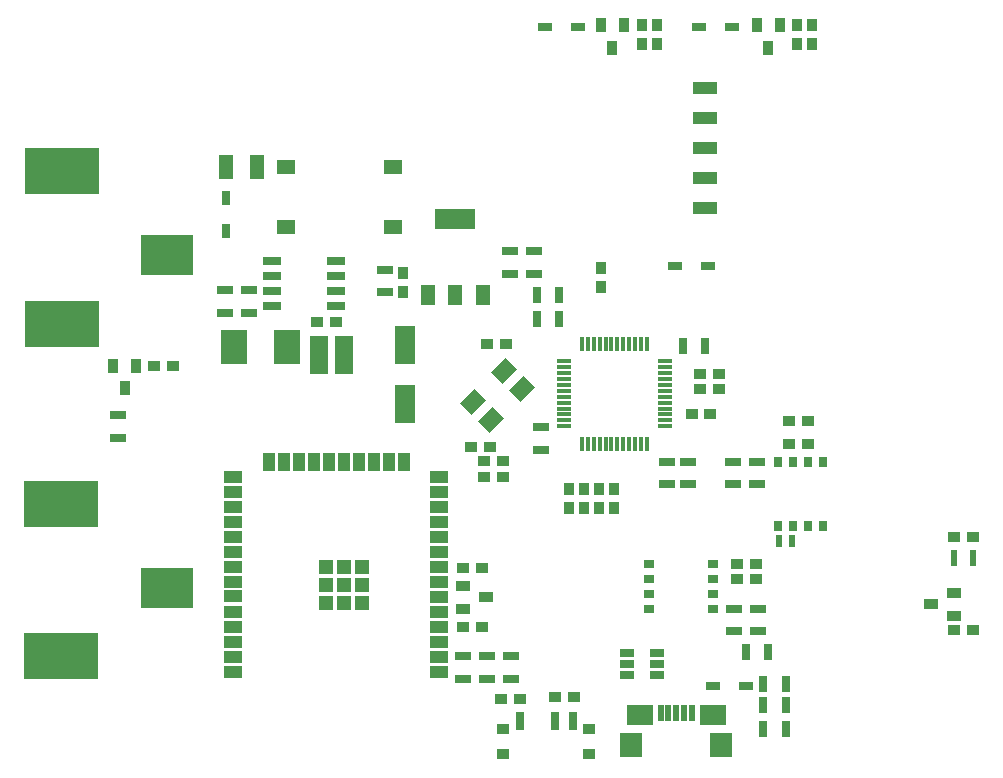
<source format=gtp>
G04*
G04 #@! TF.GenerationSoftware,Altium Limited,Altium Designer,23.4.1 (23)*
G04*
G04 Layer_Color=8421504*
%FSLAX25Y25*%
%MOIN*%
G70*
G04*
G04 #@! TF.SameCoordinates,A51C0158-4689-45C6-BA85-3C71187D63DA*
G04*
G04*
G04 #@! TF.FilePolarity,Positive*
G04*
G01*
G75*
%ADD22R,0.04194X0.03494*%
%ADD23R,0.04724X0.03543*%
%ADD24R,0.02087X0.05315*%
%ADD25R,0.05118X0.01575*%
%ADD26R,0.01575X0.05118*%
%ADD27R,0.17717X0.13386*%
%ADD28R,0.24803X0.15748*%
%ADD29R,0.05512X0.03150*%
%ADD30R,0.03543X0.04724*%
%ADD31R,0.06496X0.02756*%
%ADD32R,0.08894X0.11193*%
%ADD33R,0.06299X0.12992*%
%ADD34R,0.02559X0.04528*%
%ADD35R,0.04724X0.08268*%
%ADD36R,0.06378X0.05118*%
%ADD37R,0.04528X0.02559*%
%ADD38R,0.03494X0.04194*%
%ADD39R,0.07913X0.04488*%
%ADD40R,0.06299X0.03937*%
%ADD41R,0.03937X0.06299*%
%ADD42R,0.04528X0.04528*%
G04:AMPARAMS|DCode=43|XSize=66.93mil|YSize=53.15mil|CornerRadius=0mil|HoleSize=0mil|Usage=FLASHONLY|Rotation=45.000|XOffset=0mil|YOffset=0mil|HoleType=Round|Shape=Rectangle|*
%AMROTATEDRECTD43*
4,1,4,-0.00487,-0.04245,-0.04245,-0.00487,0.00487,0.04245,0.04245,0.00487,-0.00487,-0.04245,0.0*
%
%ADD43ROTATEDRECTD43*%

%ADD44R,0.06693X0.12992*%
%ADD45R,0.05118X0.06693*%
%ADD46R,0.13386X0.06693*%
%ADD47R,0.03150X0.05512*%
%ADD48R,0.02756X0.03543*%
%ADD49R,0.02362X0.04331*%
%ADD50R,0.04331X0.03543*%
%ADD51R,0.03150X0.06299*%
%ADD52R,0.07480X0.07874*%
%ADD53R,0.08661X0.06693*%
%ADD54R,0.01968X0.05709*%
%ADD55R,0.04724X0.02756*%
%ADD56R,0.03543X0.02756*%
D22*
X324757Y44122D02*
D03*
X331057D02*
D03*
X324747Y75300D02*
D03*
X331048D02*
D03*
X64447Y132300D02*
D03*
X58148D02*
D03*
X118851Y146799D02*
D03*
X112551D02*
D03*
X174600Y95400D02*
D03*
X168300D02*
D03*
X174600Y100568D02*
D03*
X168300D02*
D03*
X170047Y105300D02*
D03*
X163748D02*
D03*
X175400Y139700D02*
D03*
X169100D02*
D03*
X240300Y129450D02*
D03*
X246600D02*
D03*
X240300Y124450D02*
D03*
X246600D02*
D03*
X237348Y116100D02*
D03*
X243648D02*
D03*
X269800Y113970D02*
D03*
X276100D02*
D03*
Y106270D02*
D03*
X269800D02*
D03*
X161347Y64900D02*
D03*
X167648D02*
D03*
X161347Y45400D02*
D03*
X167648D02*
D03*
X198235Y21829D02*
D03*
X191935D02*
D03*
X180135Y21229D02*
D03*
X173835D02*
D03*
X252512Y66304D02*
D03*
X258812D02*
D03*
X252484Y61302D02*
D03*
X258784D02*
D03*
D23*
X324757Y56524D02*
D03*
Y49043D02*
D03*
X317277Y52784D02*
D03*
X161347Y51400D02*
D03*
Y58880D02*
D03*
X168828Y55140D02*
D03*
D24*
X324757Y68335D02*
D03*
X331056D02*
D03*
D25*
X194930Y112172D02*
D03*
Y118078D02*
D03*
X228395Y133826D02*
D03*
X194930Y122015D02*
D03*
Y114141D02*
D03*
Y116109D02*
D03*
Y129889D02*
D03*
Y131857D02*
D03*
Y133826D02*
D03*
Y125952D02*
D03*
Y127920D02*
D03*
Y123983D02*
D03*
X228395Y129889D02*
D03*
Y127920D02*
D03*
Y125952D02*
D03*
Y123983D02*
D03*
Y122015D02*
D03*
Y120046D02*
D03*
Y118078D02*
D03*
Y116109D02*
D03*
Y114141D02*
D03*
Y112172D02*
D03*
X194930Y120046D02*
D03*
X228395Y131857D02*
D03*
D26*
X200836Y106267D02*
D03*
Y139731D02*
D03*
X222489Y106267D02*
D03*
X222489Y139731D02*
D03*
X204773D02*
D03*
X206741D02*
D03*
X208710D02*
D03*
X210678D02*
D03*
X212647D02*
D03*
X214615D02*
D03*
X216584D02*
D03*
X218552D02*
D03*
X220521D02*
D03*
X218552Y106267D02*
D03*
X216584D02*
D03*
X214615D02*
D03*
X212647D02*
D03*
X210678D02*
D03*
X208710D02*
D03*
X206741D02*
D03*
X204773D02*
D03*
X202804D02*
D03*
X202804Y139731D02*
D03*
X220521Y106267D02*
D03*
D27*
X62597Y169241D02*
D03*
X62446Y58341D02*
D03*
D28*
X27361Y146406D02*
D03*
Y197194D02*
D03*
X27210Y86294D02*
D03*
Y35506D02*
D03*
D29*
X46148Y108400D02*
D03*
Y115880D02*
D03*
X81844Y157429D02*
D03*
Y149949D02*
D03*
X89718Y157429D02*
D03*
Y149949D02*
D03*
X187100Y111840D02*
D03*
Y104360D02*
D03*
X135047Y156858D02*
D03*
Y164338D02*
D03*
X176748Y163000D02*
D03*
Y170480D02*
D03*
X184748Y163040D02*
D03*
Y170520D02*
D03*
X229100Y100300D02*
D03*
Y92820D02*
D03*
X236100Y100300D02*
D03*
Y92820D02*
D03*
X251100Y100300D02*
D03*
Y92820D02*
D03*
X259100Y100300D02*
D03*
Y92820D02*
D03*
X161308Y35465D02*
D03*
Y27984D02*
D03*
X169182Y35465D02*
D03*
Y27984D02*
D03*
X177056Y35465D02*
D03*
Y27984D02*
D03*
X259400Y51300D02*
D03*
Y43820D02*
D03*
X251400Y51300D02*
D03*
Y43820D02*
D03*
D30*
X52119Y132251D02*
D03*
X44639D02*
D03*
X48379Y124771D02*
D03*
X214718Y245834D02*
D03*
X207237D02*
D03*
X210978Y238353D02*
D03*
X266686Y245834D02*
D03*
X259206D02*
D03*
X262946Y238353D02*
D03*
D31*
X118851Y152390D02*
D03*
Y157390D02*
D03*
Y162390D02*
D03*
Y167390D02*
D03*
X97592Y152390D02*
D03*
Y157390D02*
D03*
Y167390D02*
D03*
Y162390D02*
D03*
D32*
X102355Y138531D02*
D03*
X84954D02*
D03*
D33*
X113340Y135776D02*
D03*
X121607D02*
D03*
D34*
X82237Y177330D02*
D03*
Y188353D02*
D03*
D35*
X82237Y198571D02*
D03*
X92474D02*
D03*
D36*
X137749Y198590D02*
D03*
Y178511D02*
D03*
X102316Y198590D02*
D03*
Y178511D02*
D03*
D37*
X188447Y245100D02*
D03*
X199471D02*
D03*
X239948D02*
D03*
X250971D02*
D03*
X243000Y165700D02*
D03*
X231976D02*
D03*
X255466Y25500D02*
D03*
X244442D02*
D03*
D38*
X220747Y245900D02*
D03*
Y239600D02*
D03*
X225747Y239500D02*
D03*
Y245800D02*
D03*
X272548D02*
D03*
Y239500D02*
D03*
X277548D02*
D03*
Y245800D02*
D03*
X141347Y156858D02*
D03*
Y163158D02*
D03*
X207237Y158750D02*
D03*
Y165050D02*
D03*
X196600Y84850D02*
D03*
Y91150D02*
D03*
X201500D02*
D03*
Y84850D02*
D03*
X206500D02*
D03*
Y91150D02*
D03*
X211659Y84809D02*
D03*
Y91109D02*
D03*
D39*
X241747Y195000D02*
D03*
Y205000D02*
D03*
Y215000D02*
D03*
Y185000D02*
D03*
Y225000D02*
D03*
D40*
X84421Y35410D02*
D03*
Y40410D02*
D03*
X84500Y55430D02*
D03*
X84421Y60410D02*
D03*
Y65410D02*
D03*
Y70410D02*
D03*
Y75410D02*
D03*
Y80410D02*
D03*
Y85410D02*
D03*
Y90410D02*
D03*
Y95410D02*
D03*
D03*
X153319D02*
D03*
Y90410D02*
D03*
Y85410D02*
D03*
Y80410D02*
D03*
Y75410D02*
D03*
Y70410D02*
D03*
Y65410D02*
D03*
Y60410D02*
D03*
Y55410D02*
D03*
Y50410D02*
D03*
Y45410D02*
D03*
Y35410D02*
D03*
Y30410D02*
D03*
D03*
X84421D02*
D03*
X153319Y40410D02*
D03*
X84421Y50410D02*
D03*
Y45410D02*
D03*
D41*
X96370Y100410D02*
D03*
X101370Y100331D02*
D03*
X106370D02*
D03*
X111370D02*
D03*
X116370D02*
D03*
X121370D02*
D03*
X126370D02*
D03*
X131370D02*
D03*
X136370D02*
D03*
X141370D02*
D03*
D03*
D42*
X121547Y59308D02*
D03*
X127555Y65316D02*
D03*
X121547D02*
D03*
X115540D02*
D03*
Y59308D02*
D03*
X127555D02*
D03*
X115540Y53300D02*
D03*
X121547D02*
D03*
X127555D02*
D03*
D43*
X170647Y114300D02*
D03*
X174823Y130725D02*
D03*
X164523Y120424D02*
D03*
X180947Y124600D02*
D03*
D44*
X141954Y139136D02*
D03*
Y119451D02*
D03*
D45*
X167703Y156002D02*
D03*
X149592D02*
D03*
X158648D02*
D03*
D46*
Y181199D02*
D03*
D47*
X193233Y155776D02*
D03*
X185752D02*
D03*
X193233Y147902D02*
D03*
X185752D02*
D03*
X234400Y138800D02*
D03*
X241880D02*
D03*
X255460Y37000D02*
D03*
X262940D02*
D03*
X268700Y26100D02*
D03*
X261220D02*
D03*
X268700Y19100D02*
D03*
X261220D02*
D03*
X268700Y11143D02*
D03*
X261220D02*
D03*
D48*
X266100Y100300D02*
D03*
X271100D02*
D03*
X276100D02*
D03*
X281100D02*
D03*
X276100Y79040D02*
D03*
X271100D02*
D03*
X266100D02*
D03*
X281100D02*
D03*
D49*
X270765Y73770D02*
D03*
X266435D02*
D03*
D50*
X203340Y2876D02*
D03*
Y11143D02*
D03*
X174600Y2876D02*
D03*
Y11143D02*
D03*
D51*
X197828Y13899D02*
D03*
X191923D02*
D03*
X180112D02*
D03*
D52*
X247198Y5912D02*
D03*
X217277D02*
D03*
D53*
X244442Y15952D02*
D03*
X220033D02*
D03*
D54*
X237355Y16444D02*
D03*
X234796D02*
D03*
X229678D02*
D03*
X232237D02*
D03*
X227119D02*
D03*
D55*
X215879Y32900D02*
D03*
X225721Y36640D02*
D03*
Y29160D02*
D03*
X215879D02*
D03*
X215879Y36640D02*
D03*
X225721Y32900D02*
D03*
D56*
X244442Y51304D02*
D03*
Y66304D02*
D03*
Y61304D02*
D03*
Y56304D02*
D03*
X223182D02*
D03*
Y61304D02*
D03*
Y66304D02*
D03*
Y51304D02*
D03*
M02*

</source>
